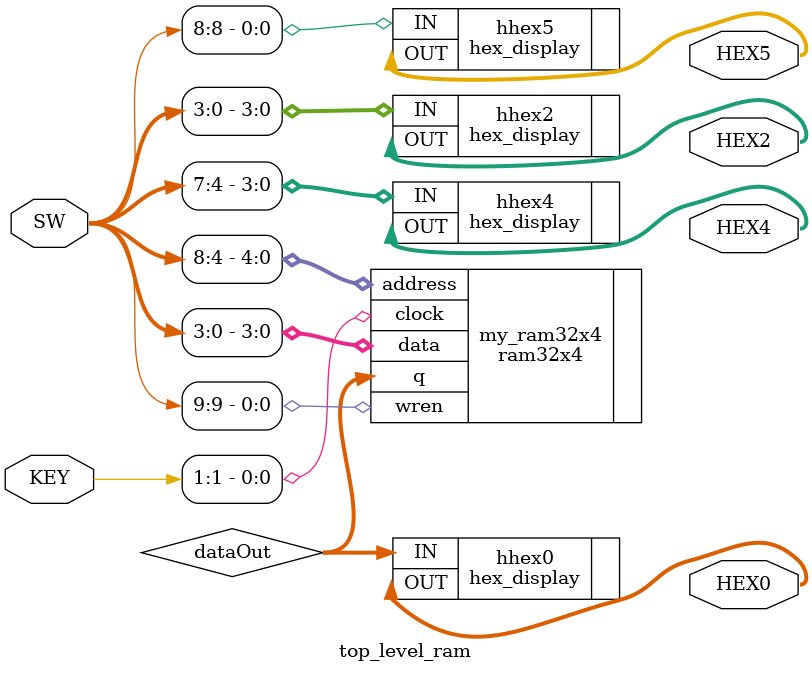
<source format=v>
`timescale 1ns / 1ns // `timescale time_unit/time_precision


//HEX 5,4 address
//HEX 2 data input
//hex 0 data output

module top_level_ram(SW,KEY,HEX0,HEX2,HEX4,HEX5);
    input [9:0] SW;
	 input [3:0] KEY;
    output [7:0] HEX0,HEX2,HEX4,HEX5;
	 
	 wire [3:0] dataOut;

	ram32x4 my_ram32x4(
		.address(SW[8:4]),
		.clock(KEY[1]),
		.data(SW[3:0]),
		.wren(SW[9]),
		.q(dataOut)
	);
	
	hex_display hhex0(.IN(dataOut),.OUT(HEX0));
	hex_display hhex2(.IN(SW[3:0]),.OUT(HEX2));
	hex_display hhex4(.IN(SW[7:4]),.OUT(HEX4));
	hex_display hhex5(.IN(SW[8]),.OUT(HEX5));
	
endmodule
</source>
